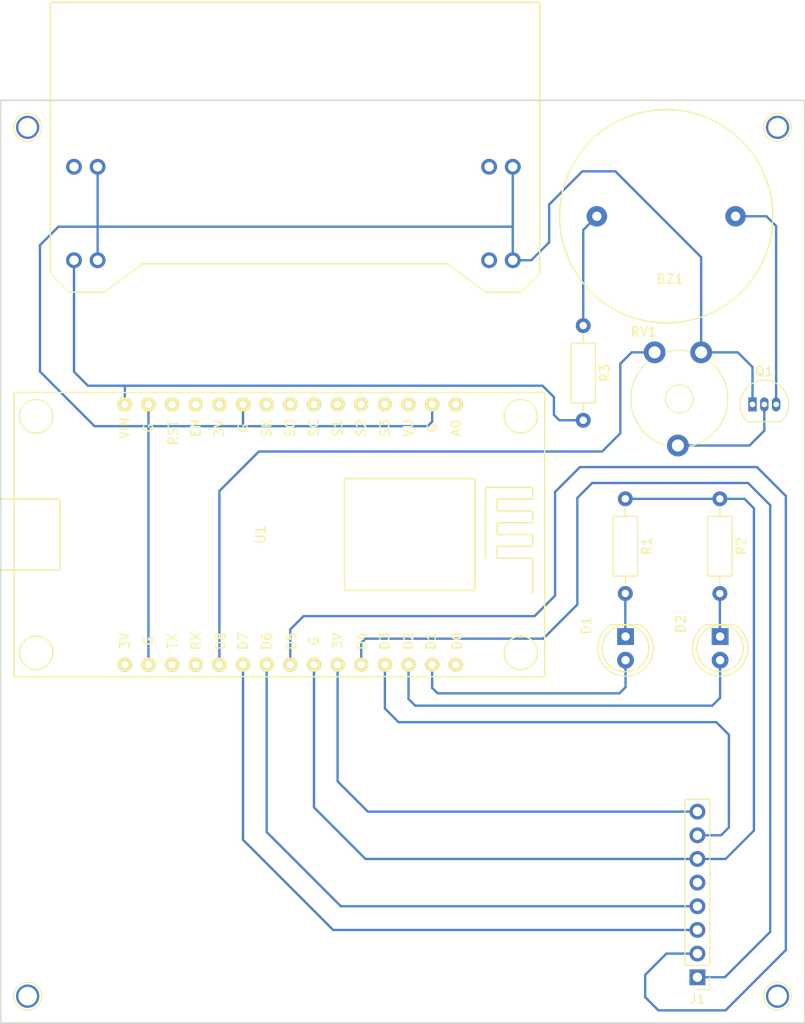
<source format=kicad_pcb>
(kicad_pcb (version 4) (host pcbnew 4.0.7-e2-6376~58~ubuntu16.04.1)

  (general
    (links 29)
    (no_connects 1)
    (area 111.484999 44.381 198.195001 158.6594)
    (thickness 1.6)
    (drawings 5)
    (tracks 125)
    (zones 0)
    (modules 15)
    (nets 36)
  )

  (page A4)
  (title_block
    (title "PCB for RFID app (with buzzer)")
    (company "Eficent Business and IT Consulting S.L.")
  )

  (layers
    (0 F.Cu signal)
    (31 B.Cu signal)
    (32 B.Adhes user)
    (33 F.Adhes user)
    (34 B.Paste user)
    (35 F.Paste user)
    (36 B.SilkS user)
    (37 F.SilkS user)
    (38 B.Mask user)
    (39 F.Mask user)
    (40 Dwgs.User user)
    (41 Cmts.User user)
    (42 Eco1.User user)
    (43 Eco2.User user)
    (44 Edge.Cuts user)
    (45 Margin user)
    (46 B.CrtYd user)
    (47 F.CrtYd user)
    (48 B.Fab user)
    (49 F.Fab user)
  )

  (setup
    (last_trace_width 0.25)
    (trace_clearance 0.2)
    (zone_clearance 0.508)
    (zone_45_only no)
    (trace_min 0.2)
    (segment_width 0.2)
    (edge_width 0.15)
    (via_size 0.6)
    (via_drill 0.4)
    (via_min_size 0.4)
    (via_min_drill 0.3)
    (uvia_size 0.3)
    (uvia_drill 0.1)
    (uvias_allowed no)
    (uvia_min_size 0.2)
    (uvia_min_drill 0.1)
    (pcb_text_width 0.3)
    (pcb_text_size 1.5 1.5)
    (mod_edge_width 0.15)
    (mod_text_size 1 1)
    (mod_text_width 0.15)
    (pad_size 2.5 2.5)
    (pad_drill 2)
    (pad_to_mask_clearance 0.2)
    (aux_axis_origin 0 0)
    (visible_elements FFFFFF7F)
    (pcbplotparams
      (layerselection 0x210f0_80000001)
      (usegerberextensions false)
      (excludeedgelayer true)
      (linewidth 0.100000)
      (plotframeref false)
      (viasonmask false)
      (mode 1)
      (useauxorigin false)
      (hpglpennumber 1)
      (hpglpenspeed 20)
      (hpglpendiameter 15)
      (hpglpenoverlay 2)
      (psnegative false)
      (psa4output false)
      (plotreference true)
      (plotvalue true)
      (plotinvisibletext false)
      (padsonsilk false)
      (subtractmaskfromsilk false)
      (outputformat 1)
      (mirror false)
      (drillshape 0)
      (scaleselection 1)
      (outputdirectory GERBER_YWRobot_moved/))
  )

  (net 0 "")
  (net 1 "Net-(BZ1-Pad1)")
  (net 2 "/GND->5(GND)")
  (net 3 "Net-(D1-Pad1)")
  (net 4 "Net-(D1-Pad2)")
  (net 5 "Net-(D2-Pad1)")
  (net 6 "Net-(D2-Pad2)")
  (net 7 "/D5>2(SCK)")
  (net 8 "/D7->3(MOSI)")
  (net 9 "/D6->4(MISO)")
  (net 10 "/D3->6(RST)")
  (net 11 "/3.3V->7(VCC)")
  (net 12 "Net-(U1-Pad1)")
  (net 13 "Net-(U1-Pad3)")
  (net 14 "Net-(RV1-Pad1)")
  (net 15 "Net-(U1-Pad5)")
  (net 16 "Net-(U1-Pad6)")
  (net 17 "Net-(U1-Pad7)")
  (net 18 "Net-(U1-Pad8)")
  (net 19 "Net-(U1-Pad9)")
  (net 20 "Net-(U1-Pad11)")
  (net 21 "Net-(U1-Pad12)")
  (net 22 "Net-(U1-Pad13)")
  (net 23 "Net-(U1-Pad16)")
  (net 24 "Net-(U1-Pad18)")
  (net 25 "Net-(U1-Pad19)")
  (net 26 "Net-(U1-Pad30)")
  (net 27 "Net-(Y1-Pad1)")
  (net 28 "Net-(Y1-Pad2)")
  (net 29 "Net-(Y1-Pad8)")
  (net 30 "Net-(Q1-Pad1)")
  (net 31 "Net-(R3-Pad2)")
  (net 32 "Net-(BZ1-Pad2)")
  (net 33 "Net-(U1-Pad4)")
  (net 34 "/D4->1(SDA/NSS)")
  (net 35 "Net-(J1-Pad5)")

  (net_class Default "This is the default net class."
    (clearance 0.2)
    (trace_width 0.25)
    (via_dia 0.6)
    (via_drill 0.4)
    (uvia_dia 0.3)
    (uvia_drill 0.1)
    (add_net "/3.3V->7(VCC)")
    (add_net "/D3->6(RST)")
    (add_net "/D4->1(SDA/NSS)")
    (add_net "/D5>2(SCK)")
    (add_net "/D6->4(MISO)")
    (add_net "/D7->3(MOSI)")
    (add_net "/GND->5(GND)")
    (add_net "Net-(BZ1-Pad1)")
    (add_net "Net-(BZ1-Pad2)")
    (add_net "Net-(D1-Pad1)")
    (add_net "Net-(D1-Pad2)")
    (add_net "Net-(D2-Pad1)")
    (add_net "Net-(D2-Pad2)")
    (add_net "Net-(J1-Pad5)")
    (add_net "Net-(Q1-Pad1)")
    (add_net "Net-(R3-Pad2)")
    (add_net "Net-(RV1-Pad1)")
    (add_net "Net-(U1-Pad1)")
    (add_net "Net-(U1-Pad11)")
    (add_net "Net-(U1-Pad12)")
    (add_net "Net-(U1-Pad13)")
    (add_net "Net-(U1-Pad16)")
    (add_net "Net-(U1-Pad18)")
    (add_net "Net-(U1-Pad19)")
    (add_net "Net-(U1-Pad3)")
    (add_net "Net-(U1-Pad30)")
    (add_net "Net-(U1-Pad4)")
    (add_net "Net-(U1-Pad5)")
    (add_net "Net-(U1-Pad6)")
    (add_net "Net-(U1-Pad7)")
    (add_net "Net-(U1-Pad8)")
    (add_net "Net-(U1-Pad9)")
    (add_net "Net-(Y1-Pad1)")
    (add_net "Net-(Y1-Pad2)")
    (add_net "Net-(Y1-Pad8)")
  )

  (module buzzer_22mm:BUZZER_22mm (layer F.Cu) (tedit 5A6EE67B) (tstamp 5A6EEE60)
    (at 183.261 70.866)
    (path /5A6EE287)
    (fp_text reference BZ1 (at 0.395 6.745) (layer F.SilkS)
      (effects (font (size 1 1) (thickness 0.15)))
    )
    (fp_text value Buzzer (at 0.165 -6.365) (layer F.Fab)
      (effects (font (size 1 1) (thickness 0.15)))
    )
    (fp_circle (center 0 0) (end 11.45 -0.04) (layer F.SilkS) (width 0.15))
    (pad 1 thru_hole circle (at -7.45 0) (size 2.2 2.2) (drill 1) (layers *.Cu *.Mask)
      (net 1 "Net-(BZ1-Pad1)"))
    (pad 2 thru_hole circle (at 7.45 0) (size 2.2 2.2) (drill 1) (layers *.Cu *.Mask)
      (net 32 "Net-(BZ1-Pad2)"))
  )

  (module LEDs:LED_D5.0mm (layer F.Cu) (tedit 5A97B600) (tstamp 5A6EEE66)
    (at 178.8922 115.9764 270)
    (descr "LED, diameter 5.0mm, 2 pins, http://cdn-reichelt.de/documents/datenblatt/A500/LL-504BC2E-009.pdf")
    (tags "LED diameter 5.0mm 2 pins")
    (path /5A6EDAB2)
    (fp_text reference D1 (at -1.1938 4.2164 270) (layer F.SilkS)
      (effects (font (size 1 1) (thickness 0.15)))
    )
    (fp_text value LED (at 3.7084 4.2672 270) (layer F.Fab)
      (effects (font (size 1 1) (thickness 0.15)))
    )
    (fp_arc (start 1.27 0) (end -1.23 -1.469694) (angle 299.1) (layer F.Fab) (width 0.1))
    (fp_arc (start 1.27 0) (end -1.29 -1.54483) (angle 148.9) (layer F.SilkS) (width 0.12))
    (fp_arc (start 1.27 0) (end -1.29 1.54483) (angle -148.9) (layer F.SilkS) (width 0.12))
    (fp_circle (center 1.27 0) (end 3.77 0) (layer F.Fab) (width 0.1))
    (fp_circle (center 1.27 0) (end 3.77 0) (layer F.SilkS) (width 0.12))
    (fp_line (start -1.23 -1.469694) (end -1.23 1.469694) (layer F.Fab) (width 0.1))
    (fp_line (start -1.29 -1.545) (end -1.29 1.545) (layer F.SilkS) (width 0.12))
    (fp_line (start -1.95 -3.25) (end -1.95 3.25) (layer F.CrtYd) (width 0.05))
    (fp_line (start -1.95 3.25) (end 4.5 3.25) (layer F.CrtYd) (width 0.05))
    (fp_line (start 4.5 3.25) (end 4.5 -3.25) (layer F.CrtYd) (width 0.05))
    (fp_line (start 4.5 -3.25) (end -1.95 -3.25) (layer F.CrtYd) (width 0.05))
    (pad 1 thru_hole rect (at 0 0 270) (size 1.8 1.8) (drill 0.9) (layers *.Cu *.Mask)
      (net 3 "Net-(D1-Pad1)"))
    (pad 2 thru_hole circle (at 2.54 0 270) (size 1.8 1.8) (drill 0.9) (layers *.Cu *.Mask)
      (net 4 "Net-(D1-Pad2)"))
    (model ${KISYS3DMOD}/LEDs.3dshapes/LED_D5.0mm.wrl
      (at (xyz 0 0 0))
      (scale (xyz 0.393701 0.393701 0.393701))
      (rotate (xyz 0 0 0))
    )
  )

  (module LEDs:LED_D5.0mm (layer F.Cu) (tedit 5A97B4F7) (tstamp 5A6EEE6C)
    (at 189.0522 115.9764 270)
    (descr "LED, diameter 5.0mm, 2 pins, http://cdn-reichelt.de/documents/datenblatt/A500/LL-504BC2E-009.pdf")
    (tags "LED diameter 5.0mm 2 pins")
    (path /5A6EDB54)
    (fp_text reference D2 (at -1.3462 4.2164 270) (layer F.SilkS)
      (effects (font (size 1 1) (thickness 0.15)))
    )
    (fp_text value LED (at 3.937 4.2164 270) (layer F.Fab)
      (effects (font (size 1 1) (thickness 0.15)))
    )
    (fp_arc (start 1.27 0) (end -1.23 -1.469694) (angle 299.1) (layer F.Fab) (width 0.1))
    (fp_arc (start 1.27 0) (end -1.29 -1.54483) (angle 148.9) (layer F.SilkS) (width 0.12))
    (fp_arc (start 1.27 0) (end -1.29 1.54483) (angle -148.9) (layer F.SilkS) (width 0.12))
    (fp_circle (center 1.27 0) (end 3.77 0) (layer F.Fab) (width 0.1))
    (fp_circle (center 1.27 0) (end 3.77 0) (layer F.SilkS) (width 0.12))
    (fp_line (start -1.23 -1.469694) (end -1.23 1.469694) (layer F.Fab) (width 0.1))
    (fp_line (start -1.29 -1.545) (end -1.29 1.545) (layer F.SilkS) (width 0.12))
    (fp_line (start -1.95 -3.25) (end -1.95 3.25) (layer F.CrtYd) (width 0.05))
    (fp_line (start -1.95 3.25) (end 4.5 3.25) (layer F.CrtYd) (width 0.05))
    (fp_line (start 4.5 3.25) (end 4.5 -3.25) (layer F.CrtYd) (width 0.05))
    (fp_line (start 4.5 -3.25) (end -1.95 -3.25) (layer F.CrtYd) (width 0.05))
    (pad 1 thru_hole rect (at 0 0 270) (size 1.8 1.8) (drill 0.9) (layers *.Cu *.Mask)
      (net 5 "Net-(D2-Pad1)"))
    (pad 2 thru_hole circle (at 2.54 0 270) (size 1.8 1.8) (drill 0.9) (layers *.Cu *.Mask)
      (net 6 "Net-(D2-Pad2)"))
    (model ${KISYS3DMOD}/LEDs.3dshapes/LED_D5.0mm.wrl
      (at (xyz 0 0 0))
      (scale (xyz 0.393701 0.393701 0.393701))
      (rotate (xyz 0 0 0))
    )
  )

  (module Resistors_THT:R_Axial_DIN0207_L6.3mm_D2.5mm_P10.16mm_Horizontal (layer F.Cu) (tedit 5874F706) (tstamp 5A6EEE7D)
    (at 178.8668 101.1936 270)
    (descr "Resistor, Axial_DIN0207 series, Axial, Horizontal, pin pitch=10.16mm, 0.25W = 1/4W, length*diameter=6.3*2.5mm^2, http://cdn-reichelt.de/documents/datenblatt/B400/1_4W%23YAG.pdf")
    (tags "Resistor Axial_DIN0207 series Axial Horizontal pin pitch 10.16mm 0.25W = 1/4W length 6.3mm diameter 2.5mm")
    (path /5A6ED90D)
    (fp_text reference R1 (at 5.08 -2.31 270) (layer F.SilkS)
      (effects (font (size 1 1) (thickness 0.15)))
    )
    (fp_text value 270Ω (at 5.08 2.31 270) (layer F.Fab)
      (effects (font (size 1 1) (thickness 0.15)))
    )
    (fp_line (start 1.93 -1.25) (end 1.93 1.25) (layer F.Fab) (width 0.1))
    (fp_line (start 1.93 1.25) (end 8.23 1.25) (layer F.Fab) (width 0.1))
    (fp_line (start 8.23 1.25) (end 8.23 -1.25) (layer F.Fab) (width 0.1))
    (fp_line (start 8.23 -1.25) (end 1.93 -1.25) (layer F.Fab) (width 0.1))
    (fp_line (start 0 0) (end 1.93 0) (layer F.Fab) (width 0.1))
    (fp_line (start 10.16 0) (end 8.23 0) (layer F.Fab) (width 0.1))
    (fp_line (start 1.87 -1.31) (end 1.87 1.31) (layer F.SilkS) (width 0.12))
    (fp_line (start 1.87 1.31) (end 8.29 1.31) (layer F.SilkS) (width 0.12))
    (fp_line (start 8.29 1.31) (end 8.29 -1.31) (layer F.SilkS) (width 0.12))
    (fp_line (start 8.29 -1.31) (end 1.87 -1.31) (layer F.SilkS) (width 0.12))
    (fp_line (start 0.98 0) (end 1.87 0) (layer F.SilkS) (width 0.12))
    (fp_line (start 9.18 0) (end 8.29 0) (layer F.SilkS) (width 0.12))
    (fp_line (start -1.05 -1.6) (end -1.05 1.6) (layer F.CrtYd) (width 0.05))
    (fp_line (start -1.05 1.6) (end 11.25 1.6) (layer F.CrtYd) (width 0.05))
    (fp_line (start 11.25 1.6) (end 11.25 -1.6) (layer F.CrtYd) (width 0.05))
    (fp_line (start 11.25 -1.6) (end -1.05 -1.6) (layer F.CrtYd) (width 0.05))
    (pad 1 thru_hole circle (at 0 0 270) (size 1.6 1.6) (drill 0.8) (layers *.Cu *.Mask)
      (net 2 "/GND->5(GND)"))
    (pad 2 thru_hole oval (at 10.16 0 270) (size 1.6 1.6) (drill 0.8) (layers *.Cu *.Mask)
      (net 3 "Net-(D1-Pad1)"))
    (model ${KISYS3DMOD}/Resistors_THT.3dshapes/R_Axial_DIN0207_L6.3mm_D2.5mm_P10.16mm_Horizontal.wrl
      (at (xyz 0 0 0))
      (scale (xyz 0.393701 0.393701 0.393701))
      (rotate (xyz 0 0 0))
    )
  )

  (module Resistors_THT:R_Axial_DIN0207_L6.3mm_D2.5mm_P10.16mm_Horizontal (layer F.Cu) (tedit 5874F706) (tstamp 5A6EEE83)
    (at 189.0268 101.1936 270)
    (descr "Resistor, Axial_DIN0207 series, Axial, Horizontal, pin pitch=10.16mm, 0.25W = 1/4W, length*diameter=6.3*2.5mm^2, http://cdn-reichelt.de/documents/datenblatt/B400/1_4W%23YAG.pdf")
    (tags "Resistor Axial_DIN0207 series Axial Horizontal pin pitch 10.16mm 0.25W = 1/4W length 6.3mm diameter 2.5mm")
    (path /5A6ED751)
    (fp_text reference R2 (at 5.08 -2.31 270) (layer F.SilkS)
      (effects (font (size 1 1) (thickness 0.15)))
    )
    (fp_text value 270Ω (at 5.08 2.31 270) (layer F.Fab)
      (effects (font (size 1 1) (thickness 0.15)))
    )
    (fp_line (start 1.93 -1.25) (end 1.93 1.25) (layer F.Fab) (width 0.1))
    (fp_line (start 1.93 1.25) (end 8.23 1.25) (layer F.Fab) (width 0.1))
    (fp_line (start 8.23 1.25) (end 8.23 -1.25) (layer F.Fab) (width 0.1))
    (fp_line (start 8.23 -1.25) (end 1.93 -1.25) (layer F.Fab) (width 0.1))
    (fp_line (start 0 0) (end 1.93 0) (layer F.Fab) (width 0.1))
    (fp_line (start 10.16 0) (end 8.23 0) (layer F.Fab) (width 0.1))
    (fp_line (start 1.87 -1.31) (end 1.87 1.31) (layer F.SilkS) (width 0.12))
    (fp_line (start 1.87 1.31) (end 8.29 1.31) (layer F.SilkS) (width 0.12))
    (fp_line (start 8.29 1.31) (end 8.29 -1.31) (layer F.SilkS) (width 0.12))
    (fp_line (start 8.29 -1.31) (end 1.87 -1.31) (layer F.SilkS) (width 0.12))
    (fp_line (start 0.98 0) (end 1.87 0) (layer F.SilkS) (width 0.12))
    (fp_line (start 9.18 0) (end 8.29 0) (layer F.SilkS) (width 0.12))
    (fp_line (start -1.05 -1.6) (end -1.05 1.6) (layer F.CrtYd) (width 0.05))
    (fp_line (start -1.05 1.6) (end 11.25 1.6) (layer F.CrtYd) (width 0.05))
    (fp_line (start 11.25 1.6) (end 11.25 -1.6) (layer F.CrtYd) (width 0.05))
    (fp_line (start 11.25 -1.6) (end -1.05 -1.6) (layer F.CrtYd) (width 0.05))
    (pad 1 thru_hole circle (at 0 0 270) (size 1.6 1.6) (drill 0.8) (layers *.Cu *.Mask)
      (net 2 "/GND->5(GND)"))
    (pad 2 thru_hole oval (at 10.16 0 270) (size 1.6 1.6) (drill 0.8) (layers *.Cu *.Mask)
      (net 5 "Net-(D2-Pad1)"))
    (model ${KISYS3DMOD}/Resistors_THT.3dshapes/R_Axial_DIN0207_L6.3mm_D2.5mm_P10.16mm_Horizontal.wrl
      (at (xyz 0 0 0))
      (scale (xyz 0.393701 0.393701 0.393701))
      (rotate (xyz 0 0 0))
    )
  )

  (module "ESP8266:NodeMCU1.0(12-E)" (layer F.Cu) (tedit 5A9FCDA1) (tstamp 5A6EEEA5)
    (at 139.7 105.029 270)
    (path /5A6ED5B4)
    (fp_text reference U1 (at 0 0 270) (layer F.SilkS)
      (effects (font (size 1 1) (thickness 0.15)))
    )
    (fp_text value NodeMCU_1.0 (at 0 -2.54 270) (layer F.Fab)
      (effects (font (size 1 1) (thickness 0.15)))
    )
    (fp_line (start -6 -23) (end 6 -23) (layer F.SilkS) (width 0.15))
    (fp_line (start 6 -23) (end 6 -9) (layer F.SilkS) (width 0.15))
    (fp_line (start 6 -9) (end -6 -9) (layer F.SilkS) (width 0.15))
    (fp_line (start -6 -9) (end -6 -23) (layer F.SilkS) (width 0.15))
    (fp_line (start 2.54 -24.13) (end -5.08 -24.13) (layer F.SilkS) (width 0.15))
    (fp_line (start -5.08 -24.13) (end -5.08 -29.21) (layer F.SilkS) (width 0.15))
    (fp_line (start -5.08 -29.21) (end -3.81 -29.21) (layer F.SilkS) (width 0.15))
    (fp_line (start -3.81 -29.21) (end -3.81 -25.4) (layer F.SilkS) (width 0.15))
    (fp_line (start -3.81 -25.4) (end -2.54 -25.4) (layer F.SilkS) (width 0.15))
    (fp_line (start -2.54 -25.4) (end -2.54 -29.21) (layer F.SilkS) (width 0.15))
    (fp_line (start -2.54 -29.21) (end -1.27 -29.21) (layer F.SilkS) (width 0.15))
    (fp_line (start -1.27 -29.21) (end -1.27 -25.4) (layer F.SilkS) (width 0.15))
    (fp_line (start -1.27 -25.4) (end 0 -25.4) (layer F.SilkS) (width 0.15))
    (fp_line (start 0 -25.4) (end 0 -29.21) (layer F.SilkS) (width 0.15))
    (fp_line (start 0 -29.21) (end 1.27 -29.21) (layer F.SilkS) (width 0.15))
    (fp_line (start 1.27 -29.21) (end 1.27 -25.4) (layer F.SilkS) (width 0.15))
    (fp_line (start 1.27 -25.4) (end 2.54 -25.4) (layer F.SilkS) (width 0.15))
    (fp_line (start 2.54 -25.4) (end 2.54 -29.21) (layer F.SilkS) (width 0.15))
    (fp_line (start 2.54 -29.21) (end 6.35 -29.21) (layer F.SilkS) (width 0.15))
    (fp_line (start -3.81 27.94) (end 3.81 27.94) (layer F.SilkS) (width 0.15))
    (fp_line (start 3.81 27.94) (end 3.81 21.59) (layer F.SilkS) (width 0.15))
    (fp_line (start 3.81 21.59) (end -3.81 21.59) (layer F.SilkS) (width 0.15))
    (fp_line (start -3.81 21.59) (end -3.81 27.94) (layer F.SilkS) (width 0.15))
    (fp_text user VIN (at -11.43 14.605 270) (layer F.SilkS)
      (effects (font (size 1 1) (thickness 0.15)))
    )
    (fp_text user G (at -11.43 12.065 270) (layer F.SilkS)
      (effects (font (size 1 1) (thickness 0.15)))
    )
    (fp_text user RST (at -10.922 9.398 270) (layer F.SilkS)
      (effects (font (size 1 1) (thickness 0.15)))
    )
    (fp_text user EN (at -11.43 6.985 270) (layer F.SilkS)
      (effects (font (size 1 1) (thickness 0.15)))
    )
    (fp_text user 3V (at -11.43 4.445 270) (layer F.SilkS)
      (effects (font (size 1 1) (thickness 0.15)))
    )
    (fp_text user G (at -11.43 1.905 270) (layer F.SilkS)
      (effects (font (size 1 1) (thickness 0.15)))
    )
    (fp_text user SK (at -11.43 -0.635 270) (layer F.SilkS)
      (effects (font (size 1 1) (thickness 0.15)))
    )
    (fp_text user SO (at -11.43 -3.175 270) (layer F.SilkS)
      (effects (font (size 1 1) (thickness 0.15)))
    )
    (fp_text user SC (at -11.43 -5.715 270) (layer F.SilkS)
      (effects (font (size 1 1) (thickness 0.15)))
    )
    (fp_text user S1 (at -11.43 -8.255 270) (layer F.SilkS)
      (effects (font (size 1 1) (thickness 0.15)))
    )
    (fp_text user S2 (at -11.43 -10.795 270) (layer F.SilkS)
      (effects (font (size 1 1) (thickness 0.15)))
    )
    (fp_text user S3 (at -11.43 -13.335 270) (layer F.SilkS)
      (effects (font (size 1 1) (thickness 0.15)))
    )
    (fp_text user VU (at -11.43 -15.875 270) (layer F.SilkS)
      (effects (font (size 1 1) (thickness 0.15)))
    )
    (fp_text user G (at -11.43 -18.415 270) (layer F.SilkS)
      (effects (font (size 1 1) (thickness 0.15)))
    )
    (fp_text user A0 (at -11.43 -20.955 270) (layer F.SilkS)
      (effects (font (size 1 1) (thickness 0.15)))
    )
    (fp_text user 3V (at 11.43 14.605 270) (layer F.SilkS)
      (effects (font (size 1 1) (thickness 0.15)))
    )
    (fp_text user G (at 11.43 12.065 270) (layer F.SilkS)
      (effects (font (size 1 1) (thickness 0.15)))
    )
    (fp_text user TX (at 11.43 9.525 270) (layer F.SilkS)
      (effects (font (size 1 1) (thickness 0.15)))
    )
    (fp_text user RX (at 11.43 6.985 270) (layer F.SilkS)
      (effects (font (size 1 1) (thickness 0.15)))
    )
    (fp_text user D8 (at 11.43 4.318 270) (layer F.SilkS)
      (effects (font (size 1 1) (thickness 0.15)))
    )
    (fp_text user D7 (at 11.43 1.905 270) (layer F.SilkS)
      (effects (font (size 1 1) (thickness 0.15)))
    )
    (fp_text user D6 (at 11.43 -0.635 270) (layer F.SilkS)
      (effects (font (size 1 1) (thickness 0.15)))
    )
    (fp_text user D5 (at 11.43 -3.302 270) (layer F.SilkS)
      (effects (font (size 1 1) (thickness 0.15)))
    )
    (fp_text user G (at 11.43 -5.715 270) (layer F.SilkS)
      (effects (font (size 1 1) (thickness 0.15)))
    )
    (fp_text user 3V (at 11.43 -8.255 270) (layer F.SilkS)
      (effects (font (size 1 1) (thickness 0.15)))
    )
    (fp_text user D4 (at 11.43 -10.922 270) (layer F.SilkS)
      (effects (font (size 1 1) (thickness 0.15)))
    )
    (fp_text user D3 (at 11.43 -13.335 270) (layer F.SilkS)
      (effects (font (size 1 1) (thickness 0.15)))
    )
    (fp_text user D2 (at 11.43 -15.875 270) (layer F.SilkS)
      (effects (font (size 1 1) (thickness 0.15)))
    )
    (fp_text user D1 (at 11.43 -18.288 270) (layer F.SilkS)
      (effects (font (size 1 1) (thickness 0.15)))
    )
    (fp_text user D0 (at 11.43 -21.082 270) (layer F.SilkS)
      (effects (font (size 1 1) (thickness 0.15)))
    )
    (fp_circle (center 12.7 24.13) (end 13.97 22.86) (layer F.SilkS) (width 0.15))
    (fp_circle (center -12.7 24.13) (end -11.43 22.86) (layer F.SilkS) (width 0.15))
    (fp_circle (center -12.7 -27.94) (end -11.43 -29.21) (layer F.SilkS) (width 0.15))
    (fp_circle (center 12.7 -27.94) (end 13.97 -29.21) (layer F.SilkS) (width 0.15))
    (fp_line (start 15.25 -30.5) (end -14.75 -30.5) (layer F.SilkS) (width 0.15))
    (fp_line (start -14.75 -30.5) (end -15.25 -30.5) (layer F.SilkS) (width 0.15))
    (fp_line (start -15.25 -30.5) (end -15.25 26.5) (layer F.SilkS) (width 0.15))
    (fp_line (start -15.25 26.5) (end 15.25 26.5) (layer F.SilkS) (width 0.15))
    (fp_line (start 15.25 26.5) (end 15.25 -30.5) (layer F.SilkS) (width 0.15))
    (pad 1 thru_hole circle (at -13.97 -20.955 270) (size 1.524 1.524) (drill 0.762) (layers *.Cu *.Mask F.SilkS)
      (net 12 "Net-(U1-Pad1)"))
    (pad 2 thru_hole circle (at -13.97 -18.415 270) (size 1.524 1.524) (drill 0.762) (layers *.Cu *.Mask F.SilkS)
      (net 2 "/GND->5(GND)"))
    (pad 3 thru_hole circle (at -13.97 -15.875 270) (size 1.524 1.524) (drill 0.762) (layers *.Cu *.Mask F.SilkS)
      (net 13 "Net-(U1-Pad3)"))
    (pad 4 thru_hole circle (at -13.97 -13.335 270) (size 1.524 1.524) (drill 0.762) (layers *.Cu *.Mask F.SilkS)
      (net 33 "Net-(U1-Pad4)"))
    (pad 5 thru_hole circle (at -13.97 -10.795 270) (size 1.524 1.524) (drill 0.762) (layers *.Cu *.Mask F.SilkS)
      (net 15 "Net-(U1-Pad5)"))
    (pad 6 thru_hole circle (at -13.97 -8.255 270) (size 1.524 1.524) (drill 0.762) (layers *.Cu *.Mask F.SilkS)
      (net 16 "Net-(U1-Pad6)"))
    (pad 7 thru_hole circle (at -13.97 -5.715 270) (size 1.524 1.524) (drill 0.762) (layers *.Cu *.Mask F.SilkS)
      (net 17 "Net-(U1-Pad7)"))
    (pad 8 thru_hole circle (at -13.97 -3.175 270) (size 1.524 1.524) (drill 0.762) (layers *.Cu *.Mask F.SilkS)
      (net 18 "Net-(U1-Pad8)"))
    (pad 9 thru_hole circle (at -13.97 -0.635 270) (size 1.524 1.524) (drill 0.762) (layers *.Cu *.Mask F.SilkS)
      (net 19 "Net-(U1-Pad9)"))
    (pad 10 thru_hole circle (at -13.97 1.905 270) (size 1.524 1.524) (drill 0.762) (layers *.Cu *.Mask F.SilkS)
      (net 2 "/GND->5(GND)"))
    (pad 11 thru_hole circle (at -13.97 4.445 270) (size 1.524 1.524) (drill 0.762) (layers *.Cu *.Mask F.SilkS)
      (net 20 "Net-(U1-Pad11)"))
    (pad 12 thru_hole circle (at -13.97 6.985 270) (size 1.524 1.524) (drill 0.762) (layers *.Cu *.Mask F.SilkS)
      (net 21 "Net-(U1-Pad12)"))
    (pad 13 thru_hole circle (at -13.97 9.525 270) (size 1.524 1.524) (drill 0.762) (layers *.Cu *.Mask F.SilkS)
      (net 22 "Net-(U1-Pad13)"))
    (pad 14 thru_hole circle (at -13.97 12.065 270) (size 1.524 1.524) (drill 0.762) (layers *.Cu *.Mask F.SilkS)
      (net 2 "/GND->5(GND)"))
    (pad 15 thru_hole circle (at -13.97 14.605 270) (size 1.524 1.524) (drill 0.762) (layers *.Cu *.Mask F.SilkS)
      (net 31 "Net-(R3-Pad2)"))
    (pad 16 thru_hole circle (at 13.97 14.605 270) (size 1.524 1.524) (drill 0.762) (layers *.Cu *.Mask F.SilkS)
      (net 23 "Net-(U1-Pad16)"))
    (pad 17 thru_hole circle (at 13.97 12.065 270) (size 1.524 1.524) (drill 0.762) (layers *.Cu *.Mask F.SilkS)
      (net 2 "/GND->5(GND)"))
    (pad 18 thru_hole circle (at 13.97 9.525 270) (size 1.524 1.524) (drill 0.762) (layers *.Cu *.Mask F.SilkS)
      (net 24 "Net-(U1-Pad18)"))
    (pad 19 thru_hole circle (at 13.97 6.985 270) (size 1.524 1.524) (drill 0.762) (layers *.Cu *.Mask F.SilkS)
      (net 25 "Net-(U1-Pad19)"))
    (pad 20 thru_hole circle (at 13.97 4.445 270) (size 1.524 1.524) (drill 0.762) (layers *.Cu *.Mask F.SilkS)
      (net 14 "Net-(RV1-Pad1)"))
    (pad 21 thru_hole circle (at 13.97 1.905 270) (size 1.524 1.524) (drill 0.762) (layers *.Cu *.Mask F.SilkS)
      (net 8 "/D7->3(MOSI)"))
    (pad 22 thru_hole circle (at 13.97 -0.635 270) (size 1.524 1.524) (drill 0.762) (layers *.Cu *.Mask F.SilkS)
      (net 9 "/D6->4(MISO)"))
    (pad 23 thru_hole circle (at 13.97 -3.175 270) (size 1.524 1.524) (drill 0.762) (layers *.Cu *.Mask F.SilkS)
      (net 7 "/D5>2(SCK)"))
    (pad 24 thru_hole circle (at 13.97 -5.715 270) (size 1.524 1.524) (drill 0.762) (layers *.Cu *.Mask F.SilkS)
      (net 2 "/GND->5(GND)"))
    (pad 25 thru_hole circle (at 13.97 -8.255 270) (size 1.524 1.524) (drill 0.762) (layers *.Cu *.Mask F.SilkS)
      (net 11 "/3.3V->7(VCC)"))
    (pad 26 thru_hole circle (at 13.97 -10.795 270) (size 1.524 1.524) (drill 0.762) (layers *.Cu *.Mask F.SilkS)
      (net 34 "/D4->1(SDA/NSS)"))
    (pad 27 thru_hole circle (at 13.97 -13.335 270) (size 1.524 1.524) (drill 0.762) (layers *.Cu *.Mask F.SilkS)
      (net 10 "/D3->6(RST)"))
    (pad 28 thru_hole circle (at 13.97 -15.875 270) (size 1.524 1.524) (drill 0.762) (layers *.Cu *.Mask F.SilkS)
      (net 6 "Net-(D2-Pad2)"))
    (pad 29 thru_hole circle (at 13.97 -18.415 270) (size 1.524 1.524) (drill 0.762) (layers *.Cu *.Mask F.SilkS)
      (net 4 "Net-(D1-Pad2)"))
    (pad 30 thru_hole circle (at 13.97 -20.955 270) (size 1.524 1.524) (drill 0.762) (layers *.Cu *.Mask F.SilkS)
      (net 26 "Net-(U1-Pad30)"))
  )

  (module Potentiometers:Potentiometer_Trimmer_Piher_PT-10v10_Horizontal_Px10.0mm_Py5.0mm (layer F.Cu) (tedit 5A97AFC9) (tstamp 5A6EEED1)
    (at 182.0164 85.471 270)
    (descr "Potentiometer, horizontally mounted, Omeg PC16PU, Omeg PC16PU, Omeg PC16PU, Vishay/Spectrol 248GJ/249GJ Single, Vishay/Spectrol 248GJ/249GJ Single, Vishay/Spectrol 248GJ/249GJ Single, Vishay/Spectrol 248GH/249GH Single, Vishay/Spectrol 148/149 Single, Vishay/Spectrol 148/149 Single, Vishay/Spectrol 148/149 Single, Vishay/Spectrol 148A/149A Single with mounting plates, Vishay/Spectrol 148/149 Double, Vishay/Spectrol 148A/149A Double with mounting plates, Piher PC-16 Single, Piher PC-16 Single, Piher PC-16 Single, Piher PC-16SV Single, Piher PC-16 Double, Piher PC-16 Triple, Piher T16H Single, Piher T16L Single, Piher T16H Double, Alps RK163 Single, Alps RK163 Double, Alps RK097 Single, Alps RK097 Double, Bourns PTV09A-2 Single with mounting sleve Single, Bourns PTV09A-1 with mounting sleve Single, Bourns PRS11S Single, Alps RK09K Single with mounting sleve Single, Alps RK09K with mounting sleve Single, Alps RK09L Single, Alps RK09L Single, Alps RK09L Double, Alps RK09L Double, Alps RK09Y Single, Bourns 3339S Single, Bourns 3339S Single, Bourns 3339P Single, Bourns 3339H Single, Vishay T7YA Single, Suntan TSR-3386H Single, Suntan TSR-3386H Single, Suntan TSR-3386P Single, Vishay T73XX Single, Vishay T73XX Single, Vishay T73YP Single, Piher PT-6h Single, Piher PT-6v Single, Piher PT-6v Single, Piher PT-10h2.5 Single, Piher PT-10h5 Single, Piher PT-101h3.8 Single, Piher PT-10v10 Single, http://www.piher-nacesa.com/pdf/12-PT10v03.pdf")
    (tags "Potentiometer horizontal  Omeg PC16PU  Omeg PC16PU  Omeg PC16PU  Vishay/Spectrol 248GJ/249GJ Single  Vishay/Spectrol 248GJ/249GJ Single  Vishay/Spectrol 248GJ/249GJ Single  Vishay/Spectrol 248GH/249GH Single  Vishay/Spectrol 148/149 Single  Vishay/Spectrol 148/149 Single  Vishay/Spectrol 148/149 Single  Vishay/Spectrol 148A/149A Single with mounting plates  Vishay/Spectrol 148/149 Double  Vishay/Spectrol 148A/149A Double with mounting plates  Piher PC-16 Single  Piher PC-16 Single  Piher PC-16 Single  Piher PC-16SV Single  Piher PC-16 Double  Piher PC-16 Triple  Piher T16H Single  Piher T16L Single  Piher T16H Double  Alps RK163 Single  Alps RK163 Double  Alps RK097 Single  Alps RK097 Double  Bourns PTV09A-2 Single with mounting sleve Single  Bourns PTV09A-1 with mounting sleve Single  Bourns PRS11S Single  Alps RK09K Single with mounting sleve Single  Alps RK09K with mounting sleve Single  Alps RK09L Single  Alps RK09L Single  Alps RK09L Double  Alps RK09L Double  Alps RK09Y Single  Bourns 3339S Single  Bourns 3339S Single  Bourns 3339P Single  Bourns 3339H Single  Vishay T7YA Single  Suntan TSR-3386H Single  Suntan TSR-3386H Single  Suntan TSR-3386P Single  Vishay T73XX Single  Vishay T73XX Single  Vishay T73YP Single  Piher PT-6h Single  Piher PT-6v Single  Piher PT-6v Single  Piher PT-10h2.5 Single  Piher PT-10h5 Single  Piher PT-101h3.8 Single  Piher PT-10v10 Single")
    (path /5A6ED61D)
    (fp_text reference RV1 (at -2.2098 1.1684 360) (layer F.SilkS)
      (effects (font (size 1 1) (thickness 0.15)))
    )
    (fp_text value 10KΩ (at -2.3368 -6.3246 360) (layer F.Fab)
      (effects (font (size 1 1) (thickness 0.15)))
    )
    (fp_arc (start 5 -2.65) (end 5 2.56) (angle -74) (layer F.SilkS) (width 0.12))
    (fp_arc (start 5 -2.65) (end 10.077 -3.821) (angle -127) (layer F.SilkS) (width 0.12))
    (fp_arc (start 5 -2.65) (end -0.115 -3.644) (angle -26) (layer F.SilkS) (width 0.12))
    (fp_arc (start 5 -2.65) (end 1.128 0.836) (angle -49) (layer F.SilkS) (width 0.12))
    (fp_circle (center 5 -2.65) (end 10.15 -2.65) (layer F.Fab) (width 0.1))
    (fp_circle (center 5 -2.65) (end 6.75 -2.65) (layer F.Fab) (width 0.1))
    (fp_circle (center 5 -2.65) (end 6.5 -2.65) (layer F.Fab) (width 0.1))
    (fp_circle (center 5 -2.65) (end 6.5 -2.65) (layer F.SilkS) (width 0.12))
    (fp_line (start -1.45 -8.05) (end -1.45 2.75) (layer F.CrtYd) (width 0.05))
    (fp_line (start -1.45 2.75) (end 11.45 2.75) (layer F.CrtYd) (width 0.05))
    (fp_line (start 11.45 2.75) (end 11.45 -8.05) (layer F.CrtYd) (width 0.05))
    (fp_line (start 11.45 -8.05) (end -1.45 -8.05) (layer F.CrtYd) (width 0.05))
    (pad 3 thru_hole circle (at 0 -5 270) (size 2.34 2.34) (drill 1.3) (layers *.Cu *.Mask)
      (net 2 "/GND->5(GND)"))
    (pad 2 thru_hole circle (at 10 -2.5 270) (size 2.34 2.34) (drill 1.3) (layers *.Cu *.Mask)
      (net 30 "Net-(Q1-Pad1)"))
    (pad 1 thru_hole circle (at 0 0 270) (size 2.34 2.34) (drill 1.3) (layers *.Cu *.Mask)
      (net 14 "Net-(RV1-Pad1)"))
    (model Potentiometers.3dshapes/Potentiometer_Trimmer_Piher_PT-10v10_Horizontal_Px10.0mm_Py5.0mm.wrl
      (at (xyz 0 0 0))
      (scale (xyz 0.393701 0.393701 0.393701))
      (rotate (xyz 0 0 0))
    )
  )

  (module ywrobot:1pin_small (layer F.Cu) (tedit 5A9FD0FC) (tstamp 5A77B347)
    (at 114.6556 61.3156)
    (descr "module 1 pin (ou trou mecanique de percage)")
    (tags DEV)
    (fp_text reference REF** (at 0 -3.048) (layer F.SilkS) hide
      (effects (font (size 1 1) (thickness 0.15)))
    )
    (fp_text value 1pin (at 0 3) (layer F.Fab) hide
      (effects (font (size 1 1) (thickness 0.15)))
    )
    (fp_circle (center 0 0) (end 1.1 0.8) (layer F.Fab) (width 0.1))
    (fp_circle (center 0 0) (end 1.7 0) (layer F.CrtYd) (width 0.05))
    (fp_circle (center 0 0) (end 0 1.49) (layer F.SilkS) (width 0.12))
    (pad 1 thru_hole circle (at 0 0) (size 2.5 2.5) (drill 2) (layers *.Cu *.Mask)
      (zone_connect 0))
  )

  (module ywrobot:1pin_small (layer F.Cu) (tedit 5A9FD113) (tstamp 5A77B35E)
    (at 114.6556 154.5844)
    (descr "module 1 pin (ou trou mecanique de percage)")
    (tags DEV)
    (fp_text reference REF** (at 0 -3.048) (layer F.SilkS) hide
      (effects (font (size 1 1) (thickness 0.15)))
    )
    (fp_text value 1pin (at 0 3) (layer F.Fab) hide
      (effects (font (size 1 1) (thickness 0.15)))
    )
    (fp_circle (center 0 0) (end 1.1 0.8) (layer F.Fab) (width 0.1))
    (fp_circle (center 0 0) (end 1.7 0) (layer F.CrtYd) (width 0.05))
    (fp_circle (center 0 0) (end 0 1.49) (layer F.SilkS) (width 0.12))
    (pad 2 thru_hole circle (at 0 0) (size 2.5 2.5) (drill 2) (layers *.Cu *.Mask)
      (zone_connect 0))
  )

  (module ywrobot:1pin_small (layer F.Cu) (tedit 5A9FD11C) (tstamp 5A77B36E)
    (at 195.2244 154.5844)
    (descr "module 1 pin (ou trou mecanique de percage)")
    (tags DEV)
    (fp_text reference REF** (at 0 -3.048) (layer F.SilkS) hide
      (effects (font (size 1 1) (thickness 0.15)))
    )
    (fp_text value 1pin (at 0 3) (layer F.Fab) hide
      (effects (font (size 1 1) (thickness 0.15)))
    )
    (fp_circle (center 0 0) (end 1.1 0.8) (layer F.Fab) (width 0.1))
    (fp_circle (center 0 0) (end 1.7 0) (layer F.CrtYd) (width 0.05))
    (fp_circle (center 0 0) (end 0 1.49) (layer F.SilkS) (width 0.12))
    (pad 3 thru_hole circle (at 0 0) (size 2.5 2.5) (drill 2) (layers *.Cu *.Mask)
      (zone_connect 0))
  )

  (module ywrobot:1pin_small (layer F.Cu) (tedit 5A9FD107) (tstamp 5A77B37D)
    (at 195.2244 61.3156)
    (descr "module 1 pin (ou trou mecanique de percage)")
    (tags DEV)
    (fp_text reference REF** (at 0 -3.048) (layer F.SilkS) hide
      (effects (font (size 1 1) (thickness 0.15)))
    )
    (fp_text value 1pin (at 0 3) (layer F.Fab) hide
      (effects (font (size 1 1) (thickness 0.15)))
    )
    (fp_circle (center 0 0) (end 1.1 0.8) (layer F.Fab) (width 0.1))
    (fp_circle (center 0 0) (end 1.7 0) (layer F.CrtYd) (width 0.05))
    (fp_circle (center 0 0) (end 0 1.49) (layer F.SilkS) (width 0.12))
    (pad 4 thru_hole circle (at 0 0) (size 2.5 2.5) (drill 2) (layers *.Cu *.Mask)
      (zone_connect 0))
  )

  (module Resistors_THT:R_Axial_DIN0207_L6.3mm_D2.5mm_P10.16mm_Horizontal (layer F.Cu) (tedit 5874F706) (tstamp 5A781929)
    (at 174.3456 82.6008 270)
    (descr "Resistor, Axial_DIN0207 series, Axial, Horizontal, pin pitch=10.16mm, 0.25W = 1/4W, length*diameter=6.3*2.5mm^2, http://cdn-reichelt.de/documents/datenblatt/B400/1_4W%23YAG.pdf")
    (tags "Resistor Axial_DIN0207 series Axial Horizontal pin pitch 10.16mm 0.25W = 1/4W length 6.3mm diameter 2.5mm")
    (path /5A781796)
    (fp_text reference R3 (at 5.08 -2.31 270) (layer F.SilkS)
      (effects (font (size 1 1) (thickness 0.15)))
    )
    (fp_text value 270Ω (at 5.08 2.31 270) (layer F.Fab)
      (effects (font (size 1 1) (thickness 0.15)))
    )
    (fp_line (start 1.93 -1.25) (end 1.93 1.25) (layer F.Fab) (width 0.1))
    (fp_line (start 1.93 1.25) (end 8.23 1.25) (layer F.Fab) (width 0.1))
    (fp_line (start 8.23 1.25) (end 8.23 -1.25) (layer F.Fab) (width 0.1))
    (fp_line (start 8.23 -1.25) (end 1.93 -1.25) (layer F.Fab) (width 0.1))
    (fp_line (start 0 0) (end 1.93 0) (layer F.Fab) (width 0.1))
    (fp_line (start 10.16 0) (end 8.23 0) (layer F.Fab) (width 0.1))
    (fp_line (start 1.87 -1.31) (end 1.87 1.31) (layer F.SilkS) (width 0.12))
    (fp_line (start 1.87 1.31) (end 8.29 1.31) (layer F.SilkS) (width 0.12))
    (fp_line (start 8.29 1.31) (end 8.29 -1.31) (layer F.SilkS) (width 0.12))
    (fp_line (start 8.29 -1.31) (end 1.87 -1.31) (layer F.SilkS) (width 0.12))
    (fp_line (start 0.98 0) (end 1.87 0) (layer F.SilkS) (width 0.12))
    (fp_line (start 9.18 0) (end 8.29 0) (layer F.SilkS) (width 0.12))
    (fp_line (start -1.05 -1.6) (end -1.05 1.6) (layer F.CrtYd) (width 0.05))
    (fp_line (start -1.05 1.6) (end 11.25 1.6) (layer F.CrtYd) (width 0.05))
    (fp_line (start 11.25 1.6) (end 11.25 -1.6) (layer F.CrtYd) (width 0.05))
    (fp_line (start 11.25 -1.6) (end -1.05 -1.6) (layer F.CrtYd) (width 0.05))
    (pad 1 thru_hole circle (at 0 0 270) (size 1.6 1.6) (drill 0.8) (layers *.Cu *.Mask)
      (net 1 "Net-(BZ1-Pad1)"))
    (pad 2 thru_hole oval (at 10.16 0 270) (size 1.6 1.6) (drill 0.8) (layers *.Cu *.Mask)
      (net 31 "Net-(R3-Pad2)"))
    (model ${KISYS3DMOD}/Resistors_THT.3dshapes/R_Axial_DIN0207_L6.3mm_D2.5mm_P10.16mm_Horizontal.wrl
      (at (xyz 0 0 0))
      (scale (xyz 0.393701 0.393701 0.393701))
      (rotate (xyz 0 0 0))
    )
  )

  (module ywrobot:TO-92_Inline_Narrow_Oval_EBC (layer F.Cu) (tedit 5A9FCD94) (tstamp 5A8D407B)
    (at 192.532 91.059)
    (descr "TO-92 leads in-line, narrow, oval pads, drill 0.6mm (see NXP sot054_po.pdf)")
    (tags "to-92 sc-43 sc-43a sot54 PA33 transistor")
    (path /5A781A08)
    (fp_text reference Q1 (at 1.27 -3.56) (layer F.SilkS)
      (effects (font (size 1 1) (thickness 0.15)))
    )
    (fp_text value EBC (at 3.048 3.048) (layer F.Fab)
      (effects (font (size 1 1) (thickness 0.15)))
    )
    (fp_text user %R (at 1.27 -3.56) (layer F.Fab)
      (effects (font (size 1 1) (thickness 0.15)))
    )
    (fp_line (start -0.53 1.85) (end 3.07 1.85) (layer F.SilkS) (width 0.12))
    (fp_line (start -0.5 1.75) (end 3 1.75) (layer F.Fab) (width 0.1))
    (fp_line (start -1.46 -2.73) (end 4 -2.73) (layer F.CrtYd) (width 0.05))
    (fp_line (start -1.46 -2.73) (end -1.46 2.01) (layer F.CrtYd) (width 0.05))
    (fp_line (start 4 2.01) (end 4 -2.73) (layer F.CrtYd) (width 0.05))
    (fp_line (start 4 2.01) (end -1.46 2.01) (layer F.CrtYd) (width 0.05))
    (fp_arc (start 1.27 0) (end 1.27 -2.48) (angle 135) (layer F.Fab) (width 0.1))
    (fp_arc (start 1.27 0) (end 1.27 -2.6) (angle -135) (layer F.SilkS) (width 0.12))
    (fp_arc (start 1.27 0) (end 1.27 -2.48) (angle -135) (layer F.Fab) (width 0.1))
    (fp_arc (start 1.27 0) (end 1.27 -2.6) (angle 135) (layer F.SilkS) (width 0.12))
    (pad 1 thru_hole oval (at 1.27 0 180) (size 0.9 1.5) (drill 0.6) (layers *.Cu *.Mask)
      (net 30 "Net-(Q1-Pad1)"))
    (pad 2 thru_hole oval (at 2.54 0 180) (size 0.9 1.5) (drill 0.6) (layers *.Cu *.Mask)
      (net 32 "Net-(BZ1-Pad2)"))
    (pad 3 thru_hole rect (at 0 0 180) (size 0.9 1.5) (drill 0.6) (layers *.Cu *.Mask)
      (net 2 "/GND->5(GND)"))
    (model ${KISYS3DMOD}/TO_SOT_Packages_THT.3dshapes/TO-92_Inline_Narrow_Oval.wrl
      (at (xyz 0.05 0 0))
      (scale (xyz 1 1 1))
      (rotate (xyz 0 0 -90))
    )
  )

  (module Pin_Headers:Pin_Header_Straight_1x08_Pitch2.54mm (layer F.Cu) (tedit 5A968E2F) (tstamp 5A93E9C1)
    (at 186.6138 152.5524 180)
    (descr "Through hole straight pin header, 1x08, 2.54mm pitch, single row")
    (tags "Through hole pin header THT 1x08 2.54mm single row")
    (path /5A93E832)
    (fp_text reference J1 (at 0 -2.33 180) (layer F.SilkS)
      (effects (font (size 1 1) (thickness 0.15)))
    )
    (fp_text value Conn_01x08 (at 2.8956 12.6492 270) (layer F.Fab)
      (effects (font (size 1 1) (thickness 0.15)))
    )
    (fp_line (start -0.635 -1.27) (end 1.27 -1.27) (layer F.Fab) (width 0.1))
    (fp_line (start 1.27 -1.27) (end 1.27 19.05) (layer F.Fab) (width 0.1))
    (fp_line (start 1.27 19.05) (end -1.27 19.05) (layer F.Fab) (width 0.1))
    (fp_line (start -1.27 19.05) (end -1.27 -0.635) (layer F.Fab) (width 0.1))
    (fp_line (start -1.27 -0.635) (end -0.635 -1.27) (layer F.Fab) (width 0.1))
    (fp_line (start -1.33 19.11) (end 1.33 19.11) (layer F.SilkS) (width 0.12))
    (fp_line (start -1.33 1.27) (end -1.33 19.11) (layer F.SilkS) (width 0.12))
    (fp_line (start 1.33 1.27) (end 1.33 19.11) (layer F.SilkS) (width 0.12))
    (fp_line (start -1.33 1.27) (end 1.33 1.27) (layer F.SilkS) (width 0.12))
    (fp_line (start -1.33 0) (end -1.33 -1.33) (layer F.SilkS) (width 0.12))
    (fp_line (start -1.33 -1.33) (end 0 -1.33) (layer F.SilkS) (width 0.12))
    (fp_line (start -1.8 -1.8) (end -1.8 19.55) (layer F.CrtYd) (width 0.05))
    (fp_line (start -1.8 19.55) (end 1.8 19.55) (layer F.CrtYd) (width 0.05))
    (fp_line (start 1.8 19.55) (end 1.8 -1.8) (layer F.CrtYd) (width 0.05))
    (fp_line (start 1.8 -1.8) (end -1.8 -1.8) (layer F.CrtYd) (width 0.05))
    (fp_text user %R (at 0 8.89 270) (layer F.Fab)
      (effects (font (size 1 1) (thickness 0.15)))
    )
    (pad 1 thru_hole rect (at 0 0 180) (size 1.7 1.7) (drill 1) (layers *.Cu *.Mask)
      (net 34 "/D4->1(SDA/NSS)"))
    (pad 2 thru_hole oval (at 0 2.54 180) (size 1.7 1.7) (drill 1) (layers *.Cu *.Mask)
      (net 7 "/D5>2(SCK)"))
    (pad 3 thru_hole oval (at 0 5.08 180) (size 1.7 1.7) (drill 1) (layers *.Cu *.Mask)
      (net 8 "/D7->3(MOSI)"))
    (pad 4 thru_hole oval (at 0 7.62 180) (size 1.7 1.7) (drill 1) (layers *.Cu *.Mask)
      (net 9 "/D6->4(MISO)"))
    (pad 5 thru_hole oval (at 0 10.16 180) (size 1.7 1.7) (drill 1) (layers *.Cu *.Mask)
      (net 35 "Net-(J1-Pad5)"))
    (pad 6 thru_hole oval (at 0 12.7 180) (size 1.7 1.7) (drill 1) (layers *.Cu *.Mask)
      (net 2 "/GND->5(GND)"))
    (pad 7 thru_hole oval (at 0 15.24 180) (size 1.7 1.7) (drill 1) (layers *.Cu *.Mask)
      (net 10 "/D3->6(RST)"))
    (pad 8 thru_hole oval (at 0 17.78 180) (size 1.7 1.7) (drill 1) (layers *.Cu *.Mask)
      (net 11 "/3.3V->7(VCC)"))
    (model ${KISYS3DMOD}/Pin_Headers.3dshapes/Pin_Header_Straight_1x08_Pitch2.54mm.wrl
      (at (xyz 0 0 0))
      (scale (xyz 1 1 1))
      (rotate (xyz 0 0 0))
    )
  )

  (module ywrobot:YWRobot2 (layer F.Cu) (tedit 5A6EF62F) (tstamp 5A9FCDAC)
    (at 143.002 47.896 180)
    (path /5A6ED533)
    (fp_text reference Y1 (at 0 2.54 180) (layer F.SilkS) hide
      (effects (font (size 1 1) (thickness 0.15)))
    )
    (fp_text value YWRobot (at -1.27 -13.97 180) (layer F.Fab)
      (effects (font (size 1 1) (thickness 0.15)))
    )
    (fp_line (start 25.908 0) (end 25.908 -29.083) (layer F.SilkS) (width 0.15))
    (fp_line (start 25.908 -29.083) (end 23.876 -31.115) (layer F.SilkS) (width 0.15))
    (fp_line (start 23.876 -31.115) (end 20.066 -31.115) (layer F.SilkS) (width 0.15))
    (fp_line (start 20.066 -31.115) (end 16.002 -28.067) (layer F.SilkS) (width 0.15))
    (fp_line (start 16.002 -28.067) (end -16.764 -28.067) (layer F.SilkS) (width 0.15))
    (fp_line (start -20.828 -31.115) (end -16.764 -28.067) (layer F.SilkS) (width 0.15))
    (fp_line (start -24.638 -31.115) (end -26.67 -29.083) (layer F.SilkS) (width 0.15))
    (fp_line (start -26.67 -29.083) (end -26.67 0) (layer F.SilkS) (width 0.15))
    (fp_line (start -26.67 0) (end 25.908 0) (layer F.SilkS) (width 0.15))
    (fp_line (start -24.638 -31.115) (end -20.828 -31.115) (layer F.SilkS) (width 0.15))
    (pad 1 thru_hole circle (at -21.2344 -27.686 180) (size 1.7 1.7) (drill 1.016) (layers *.Cu *.Mask)
      (net 27 "Net-(Y1-Pad1)"))
    (pad 2 thru_hole circle (at -21.2344 -17.653 180) (size 1.7 1.7) (drill 1.016) (layers *.Cu *.Mask)
      (net 28 "Net-(Y1-Pad2)"))
    (pad 3 thru_hole circle (at -23.7744 -17.653 180) (size 1.7 1.7) (drill 1.016) (layers *.Cu *.Mask)
      (net 2 "/GND->5(GND)"))
    (pad 4 thru_hole circle (at 23.368 -27.686 180) (size 1.7 1.7) (drill 1.016) (layers *.Cu *.Mask)
      (net 31 "Net-(R3-Pad2)"))
    (pad 5 thru_hole circle (at 20.828 -27.686 180) (size 1.7 1.7) (drill 1.016) (layers *.Cu *.Mask)
      (net 2 "/GND->5(GND)"))
    (pad 6 thru_hole circle (at -23.7744 -27.686 180) (size 1.7 1.7) (drill 1.016) (layers *.Cu *.Mask)
      (net 2 "/GND->5(GND)"))
    (pad 7 thru_hole circle (at 20.828 -17.653 180) (size 1.7 1.7) (drill 1.016) (layers *.Cu *.Mask)
      (net 2 "/GND->5(GND)"))
    (pad 8 thru_hole circle (at 23.368 -17.653 180) (size 1.7 1.7) (drill 1.016) (layers *.Cu *.Mask)
      (net 29 "Net-(Y1-Pad8)"))
  )

  (gr_line (start 111.76 157.48) (end 198.12 157.48) (angle 90) (layer Edge.Cuts) (width 0.15))
  (gr_line (start 111.76 157.48) (end 111.76 58.42) (angle 90) (layer Edge.Cuts) (width 0.15))
  (gr_line (start 198.12 58.42) (end 198.12 157.48) (angle 90) (layer Edge.Cuts) (width 0.15))
  (gr_line (start 111.76 58.42) (end 198.12 58.42) (angle 90) (layer Edge.Cuts) (width 0.15))
  (gr_text "Eficent\nwww.eficent.com" (at 122.936 125.222) (layer F.Fab)
    (effects (font (size 1.5 1.5) (thickness 0.3)))
  )

  (segment (start 174.3456 82.6008) (end 174.3456 72.3314) (width 0.25) (layer B.Cu) (net 1))
  (segment (start 174.3456 72.3314) (end 175.811 70.866) (width 0.25) (layer B.Cu) (net 1) (tstamp 5A9FCEAA))
  (segment (start 166.7002 71.9836) (end 166.7764 71.9074) (width 0.25) (layer B.Cu) (net 2) (tstamp 5AFD220B))
  (segment (start 122.174 71.9836) (end 166.7002 71.9836) (width 0.25) (layer B.Cu) (net 2))
  (segment (start 166.7764 71.9074) (end 166.7764 75.582) (width 0.25) (layer B.Cu) (net 2) (tstamp 5AFD2211))
  (segment (start 127.7112 93.3958) (end 121.8438 93.3958) (width 0.25) (layer B.Cu) (net 2))
  (segment (start 115.9764 87.5284) (end 115.9764 73.9648) (width 0.25) (layer B.Cu) (net 2) (tstamp 5AFD1FFA))
  (segment (start 121.8438 93.3958) (end 115.9764 87.5284) (width 0.25) (layer B.Cu) (net 2) (tstamp 5AFD1FF3))
  (segment (start 137.795 93.3958) (end 127.7112 93.3958) (width 0.25) (layer B.Cu) (net 2))
  (segment (start 127.7112 93.3958) (end 127.635 93.472) (width 0.25) (layer B.Cu) (net 2) (tstamp 5AFD1FEC))
  (segment (start 127.635 118.999) (end 127.635 93.472) (width 0.25) (layer B.Cu) (net 2))
  (segment (start 127.635 93.472) (end 127.635 93.3196) (width 0.25) (layer B.Cu) (net 2) (tstamp 5AFD1F95))
  (segment (start 127.635 91.059) (end 127.635 92.4052) (width 0.25) (layer B.Cu) (net 2))
  (segment (start 127.635 92.4052) (end 127.635 93.3196) (width 0.25) (layer B.Cu) (net 2))
  (segment (start 137.795 91.059) (end 137.795 93.3958) (width 0.25) (layer B.Cu) (net 2))
  (segment (start 137.795 93.3958) (end 137.8204 93.3958) (width 0.25) (layer B.Cu) (net 2) (tstamp 5AA2385E))
  (segment (start 137.8204 93.3958) (end 157.6324 93.3958) (width 0.25) (layer B.Cu) (net 2) (tstamp 5AA23864))
  (segment (start 158.115 92.9132) (end 158.115 91.059) (width 0.25) (layer B.Cu) (net 2) (tstamp 5AA23859))
  (segment (start 157.6324 93.3958) (end 158.115 92.9132) (width 0.25) (layer B.Cu) (net 2) (tstamp 5AA23852))
  (segment (start 145.415 118.999) (end 145.415 134.3152) (width 0.25) (layer B.Cu) (net 2))
  (segment (start 117.9576 71.9836) (end 122.174 71.9836) (width 0.25) (layer B.Cu) (net 2) (tstamp 5AFD1FFE))
  (segment (start 115.9764 73.9648) (end 117.9576 71.9836) (width 0.25) (layer B.Cu) (net 2) (tstamp 5AFD1FFC))
  (segment (start 122.174 75.582) (end 122.174 71.9836) (width 0.25) (layer B.Cu) (net 2))
  (segment (start 122.174 71.9836) (end 122.174 65.549) (width 0.25) (layer B.Cu) (net 2) (tstamp 5AFD2003))
  (segment (start 166.7764 65.549) (end 166.7764 71.9074) (width 0.25) (layer B.Cu) (net 2))
  (segment (start 187.0164 85.471) (end 187.0164 75.2564) (width 0.25) (layer B.Cu) (net 2))
  (segment (start 168.766 75.582) (end 166.7764 75.582) (width 0.25) (layer B.Cu) (net 2) (tstamp 5AFD1F81))
  (segment (start 170.688 73.66) (end 168.766 75.582) (width 0.25) (layer B.Cu) (net 2) (tstamp 5AFD1F7F))
  (segment (start 170.688 69.596) (end 170.688 73.66) (width 0.25) (layer B.Cu) (net 2) (tstamp 5AFD1F7D))
  (segment (start 174.244 66.04) (end 170.688 69.596) (width 0.25) (layer B.Cu) (net 2) (tstamp 5AFD1F7B))
  (segment (start 177.8 66.04) (end 174.244 66.04) (width 0.25) (layer B.Cu) (net 2) (tstamp 5AFD1F79))
  (segment (start 187.0164 75.2564) (end 177.8 66.04) (width 0.25) (layer B.Cu) (net 2) (tstamp 5AFD1F72))
  (segment (start 187.0164 85.471) (end 190.9572 85.471) (width 0.25) (layer B.Cu) (net 2))
  (segment (start 190.9572 85.471) (end 192.532 87.0458) (width 0.25) (layer B.Cu) (net 2) (tstamp 5AA23595))
  (segment (start 192.532 87.0458) (end 192.532 91.059) (width 0.25) (layer B.Cu) (net 2) (tstamp 5AA23597))
  (segment (start 189.0268 101.1936) (end 178.8668 101.1936) (width 0.25) (layer B.Cu) (net 2))
  (segment (start 186.6138 139.8524) (end 189.6364 139.8524) (width 0.25) (layer B.Cu) (net 2))
  (segment (start 191.6684 101.1936) (end 189.0268 101.1936) (width 0.25) (layer B.Cu) (net 2) (tstamp 5AA23586))
  (segment (start 192.6844 102.2096) (end 191.6684 101.1936) (width 0.25) (layer B.Cu) (net 2) (tstamp 5AA23585))
  (segment (start 192.6844 136.8044) (end 192.6844 102.2096) (width 0.25) (layer B.Cu) (net 2) (tstamp 5AA2357B))
  (segment (start 189.6364 139.8524) (end 192.6844 136.8044) (width 0.25) (layer B.Cu) (net 2) (tstamp 5AA23577))
  (segment (start 150.9522 139.8524) (end 186.6138 139.8524) (width 0.25) (layer B.Cu) (net 2) (tstamp 5AA233E5))
  (segment (start 145.415 134.3152) (end 150.9522 139.8524) (width 0.25) (layer B.Cu) (net 2) (tstamp 5AA233E1))
  (segment (start 192.3288 91.1352) (end 192.278 91.186) (width 0.25) (layer F.Cu) (net 2) (tstamp 5A8D4086))
  (segment (start 178.8668 111.3536) (end 178.8668 115.951) (width 0.25) (layer B.Cu) (net 3))
  (segment (start 178.8668 115.951) (end 178.8922 115.9764) (width 0.25) (layer B.Cu) (net 3) (tstamp 5A9FCEBA))
  (segment (start 158.115 118.999) (end 158.115 121.4882) (width 0.25) (layer B.Cu) (net 4))
  (segment (start 158.6992 122.0724) (end 178.2318 122.0724) (width 0.25) (layer B.Cu) (net 4) (tstamp 5A9FCED6))
  (segment (start 158.115 121.4882) (end 158.6992 122.0724) (width 0.25) (layer B.Cu) (net 4) (tstamp 5A9FCED4))
  (segment (start 178.8922 121.412) (end 178.8922 118.5164) (width 0.25) (layer B.Cu) (net 4) (tstamp 5A9FCED8))
  (segment (start 178.2318 122.0724) (end 178.8922 121.412) (width 0.25) (layer B.Cu) (net 4) (tstamp 5A9FCED7))
  (segment (start 189.0268 111.3536) (end 189.0268 115.951) (width 0.25) (layer B.Cu) (net 5))
  (segment (start 189.0268 115.951) (end 189.0522 115.9764) (width 0.25) (layer B.Cu) (net 5) (tstamp 5A9FCEBD))
  (segment (start 155.575 118.999) (end 155.575 122.682) (width 0.25) (layer B.Cu) (net 6))
  (segment (start 156.2862 123.3932) (end 188.214 123.3932) (width 0.25) (layer B.Cu) (net 6) (tstamp 5A9FCEDD))
  (segment (start 155.575 122.682) (end 156.2862 123.3932) (width 0.25) (layer B.Cu) (net 6) (tstamp 5A9FCEDB))
  (segment (start 189.0522 122.555) (end 189.0522 118.5164) (width 0.25) (layer B.Cu) (net 6) (tstamp 5A9FCEDF))
  (segment (start 188.214 123.3932) (end 189.0522 122.555) (width 0.25) (layer B.Cu) (net 6) (tstamp 5A9FCEDE))
  (segment (start 142.875 115.2144) (end 142.875 118.999) (width 0.25) (layer B.Cu) (net 7) (tstamp 5AA234B2))
  (segment (start 144.2974 113.792) (end 142.875 115.2144) (width 0.25) (layer B.Cu) (net 7) (tstamp 5AA234B1))
  (segment (start 169.1132 113.792) (end 144.2974 113.792) (width 0.25) (layer B.Cu) (net 7) (tstamp 5AA234AF))
  (segment (start 171.323 111.5822) (end 169.1132 113.792) (width 0.25) (layer B.Cu) (net 7) (tstamp 5AA234AD))
  (segment (start 171.323 100.457) (end 171.323 111.5822) (width 0.25) (layer B.Cu) (net 7) (tstamp 5AA234A9))
  (segment (start 173.99 97.79) (end 171.323 100.457) (width 0.25) (layer B.Cu) (net 7) (tstamp 5AA234A6))
  (segment (start 186.6138 150.0124) (end 183.2864 150.0124) (width 0.25) (layer B.Cu) (net 7))
  (segment (start 193.0146 97.79) (end 173.99 97.79) (width 0.25) (layer B.Cu) (net 7) (tstamp 5AA2349A))
  (segment (start 196.1134 100.8888) (end 193.0146 97.79) (width 0.25) (layer B.Cu) (net 7) (tstamp 5AA23461))
  (segment (start 196.1134 149.6314) (end 196.1134 100.8888) (width 0.25) (layer B.Cu) (net 7) (tstamp 5AA23456))
  (segment (start 189.6364 156.1084) (end 196.1134 149.6314) (width 0.25) (layer B.Cu) (net 7) (tstamp 5AA23454))
  (segment (start 182.4228 156.1084) (end 189.6364 156.1084) (width 0.25) (layer B.Cu) (net 7) (tstamp 5AA23452))
  (segment (start 181.0004 154.686) (end 182.4228 156.1084) (width 0.25) (layer B.Cu) (net 7) (tstamp 5AA23450))
  (segment (start 181.0004 152.2984) (end 181.0004 154.686) (width 0.25) (layer B.Cu) (net 7) (tstamp 5AA2344E))
  (segment (start 183.2864 150.0124) (end 181.0004 152.2984) (width 0.25) (layer B.Cu) (net 7) (tstamp 5AA2344A))
  (segment (start 137.795 118.999) (end 137.795 137.795) (width 0.25) (layer B.Cu) (net 8))
  (segment (start 147.4724 147.4724) (end 186.6138 147.4724) (width 0.25) (layer B.Cu) (net 8) (tstamp 5A9FCEFD))
  (segment (start 137.795 137.795) (end 147.4724 147.4724) (width 0.25) (layer B.Cu) (net 8) (tstamp 5A9FCEFB))
  (segment (start 140.335 118.999) (end 140.335 136.9568) (width 0.25) (layer B.Cu) (net 9))
  (segment (start 148.3106 144.9324) (end 186.6138 144.9324) (width 0.25) (layer B.Cu) (net 9) (tstamp 5A9FCEF7))
  (segment (start 140.335 136.9568) (end 148.3106 144.9324) (width 0.25) (layer B.Cu) (net 9) (tstamp 5A9FCEF5))
  (segment (start 153.035 118.999) (end 153.035 123.698) (width 0.25) (layer B.Cu) (net 10))
  (segment (start 154.5082 125.1712) (end 188.6458 125.1712) (width 0.25) (layer B.Cu) (net 10) (tstamp 5A9FCEE4))
  (segment (start 153.035 123.698) (end 154.5082 125.1712) (width 0.25) (layer B.Cu) (net 10) (tstamp 5A9FCEE2))
  (segment (start 189.1538 137.3124) (end 186.6138 137.3124) (width 0.25) (layer B.Cu) (net 10) (tstamp 5A9FCEEC))
  (segment (start 189.992 136.4742) (end 189.1538 137.3124) (width 0.25) (layer B.Cu) (net 10) (tstamp 5A9FCEEA))
  (segment (start 189.992 126.5174) (end 189.992 136.4742) (width 0.25) (layer B.Cu) (net 10) (tstamp 5A9FCEE8))
  (segment (start 188.6458 125.1712) (end 189.992 126.5174) (width 0.25) (layer B.Cu) (net 10) (tstamp 5A9FCEE6))
  (segment (start 147.955 118.999) (end 147.955 131.5212) (width 0.25) (layer B.Cu) (net 11))
  (segment (start 151.2062 134.7724) (end 186.6138 134.7724) (width 0.25) (layer B.Cu) (net 11) (tstamp 5A9FCEF1))
  (segment (start 147.955 131.5212) (end 151.2062 134.7724) (width 0.25) (layer B.Cu) (net 11) (tstamp 5A9FCEEF))
  (segment (start 135.255 118.999) (end 135.255 100.3554) (width 0.25) (layer B.Cu) (net 14))
  (segment (start 139.4968 96.1136) (end 176.3776 96.1136) (width 0.25) (layer B.Cu) (net 14) (tstamp 5A9FCEC8))
  (segment (start 135.255 100.3554) (end 139.4968 96.1136) (width 0.25) (layer B.Cu) (net 14) (tstamp 5A9FCEC6))
  (segment (start 179.5526 85.471) (end 182.0164 85.471) (width 0.25) (layer B.Cu) (net 14) (tstamp 5A9FCED0))
  (segment (start 178.3334 86.6902) (end 179.5526 85.471) (width 0.25) (layer B.Cu) (net 14) (tstamp 5A9FCECE))
  (segment (start 178.3334 94.1578) (end 178.3334 86.6902) (width 0.25) (layer B.Cu) (net 14) (tstamp 5A9FCECC))
  (segment (start 176.3776 96.1136) (end 178.3334 94.1578) (width 0.25) (layer B.Cu) (net 14) (tstamp 5A9FCECA))
  (segment (start 184.5164 95.471) (end 192.2094 95.471) (width 0.25) (layer B.Cu) (net 30))
  (segment (start 193.802 93.8784) (end 193.802 91.059) (width 0.25) (layer B.Cu) (net 30) (tstamp 5AA234EB))
  (segment (start 192.2094 95.471) (end 193.802 93.8784) (width 0.25) (layer B.Cu) (net 30) (tstamp 5AA234E9))
  (segment (start 119.634 84.836) (end 119.634 75.582) (width 0.25) (layer B.Cu) (net 31))
  (segment (start 125.095 91.059) (end 125.095 89.1286) (width 0.25) (layer B.Cu) (net 31))
  (segment (start 125.095 89.1286) (end 125.0188 89.0524) (width 0.25) (layer B.Cu) (net 31) (tstamp 5A9FCEA5))
  (segment (start 119.634 84.582) (end 119.634 84.836) (width 0.25) (layer B.Cu) (net 31))
  (segment (start 119.634 84.836) (end 119.634 87.5538) (width 0.25) (layer B.Cu) (net 31) (tstamp 5AFD1F38))
  (segment (start 171.196 92.1766) (end 171.7802 92.7608) (width 0.25) (layer B.Cu) (net 31) (tstamp 5A9FCEA1))
  (segment (start 171.196 90.2716) (end 171.196 92.1766) (width 0.25) (layer B.Cu) (net 31) (tstamp 5A9FCE9F))
  (segment (start 169.9768 89.0524) (end 171.196 90.2716) (width 0.25) (layer B.Cu) (net 31) (tstamp 5A9FCE9D))
  (segment (start 121.1326 89.0524) (end 125.0188 89.0524) (width 0.25) (layer B.Cu) (net 31) (tstamp 5A9FCE9B))
  (segment (start 125.0188 89.0524) (end 169.9768 89.0524) (width 0.25) (layer B.Cu) (net 31) (tstamp 5A9FCEA8))
  (segment (start 119.634 87.5538) (end 121.1326 89.0524) (width 0.25) (layer B.Cu) (net 31) (tstamp 5A9FCE99))
  (segment (start 171.7802 92.7608) (end 174.3456 92.7608) (width 0.25) (layer B.Cu) (net 31) (tstamp 5A9FCEA2))
  (segment (start 190.711 70.866) (end 194.0306 70.866) (width 0.25) (layer B.Cu) (net 32))
  (segment (start 195.072 71.9074) (end 195.072 91.059) (width 0.25) (layer B.Cu) (net 32) (tstamp 5A9FCEB0))
  (segment (start 194.0306 70.866) (end 195.072 71.9074) (width 0.25) (layer B.Cu) (net 32) (tstamp 5A9FCEAE))
  (segment (start 150.495 118.999) (end 150.495 116.6622) (width 0.25) (layer B.Cu) (net 34))
  (segment (start 170.053 116.205) (end 173.7106 112.5474) (width 0.25) (layer B.Cu) (net 34) (tstamp 5AA23554))
  (segment (start 150.9522 116.205) (end 170.053 116.205) (width 0.25) (layer B.Cu) (net 34) (tstamp 5AA23553))
  (segment (start 150.495 116.6622) (end 150.9522 116.205) (width 0.25) (layer B.Cu) (net 34) (tstamp 5AA23552))
  (segment (start 189.5602 152.5524) (end 186.6138 152.5524) (width 0.25) (layer B.Cu) (net 34) (tstamp 5AA23571))
  (segment (start 194.437 147.6756) (end 189.5602 152.5524) (width 0.25) (layer B.Cu) (net 34) (tstamp 5AA2356E))
  (segment (start 194.437 101.8794) (end 194.437 147.6756) (width 0.25) (layer B.Cu) (net 34) (tstamp 5AA23567))
  (segment (start 192.0494 99.4918) (end 194.437 101.8794) (width 0.25) (layer B.Cu) (net 34) (tstamp 5AA23562))
  (segment (start 175.3108 99.4918) (end 192.0494 99.4918) (width 0.25) (layer B.Cu) (net 34) (tstamp 5AA2355D))
  (segment (start 173.7106 101.092) (end 175.3108 99.4918) (width 0.25) (layer B.Cu) (net 34) (tstamp 5AA2355B))
  (segment (start 173.7106 112.5474) (end 173.7106 101.092) (width 0.25) (layer B.Cu) (net 34) (tstamp 5AA23559))

)

</source>
